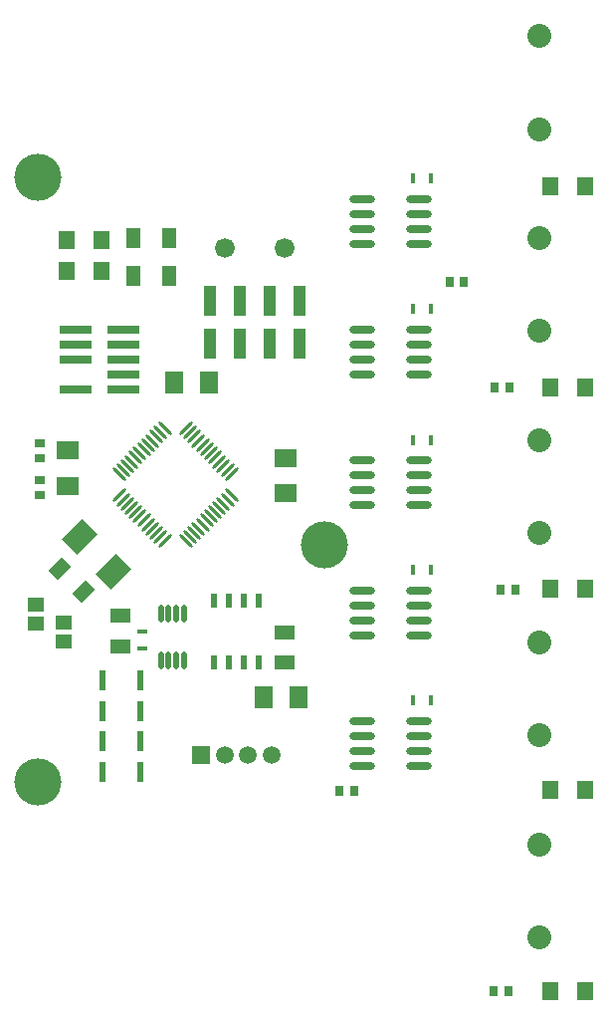
<source format=gbr>
%TF.GenerationSoftware,Altium Limited,Altium Designer,20.1.12 (249)*%
G04 Layer_Color=255*
%FSLAX26Y26*%
%MOIN*%
%TF.SameCoordinates,D7814EA1-E16B-4454-910B-2193EC0156EE*%
%TF.FilePolarity,Positive*%
%TF.FileFunction,Pads,Top*%
%TF.Part,Single*%
G01*
G75*
%TA.AperFunction,SMDPad,CuDef*%
G04:AMPARAMS|DCode=10|XSize=21.654mil|YSize=49.213mil|CornerRadius=1.949mil|HoleSize=0mil|Usage=FLASHONLY|Rotation=0.000|XOffset=0mil|YOffset=0mil|HoleType=Round|Shape=RoundedRectangle|*
%AMROUNDEDRECTD10*
21,1,0.021654,0.045315,0,0,0.0*
21,1,0.017756,0.049213,0,0,0.0*
1,1,0.003898,0.008878,-0.022657*
1,1,0.003898,-0.008878,-0.022657*
1,1,0.003898,-0.008878,0.022657*
1,1,0.003898,0.008878,0.022657*
%
%ADD10ROUNDEDRECTD10*%
%ADD11R,0.066929X0.045276*%
%ADD12R,0.031496X0.037402*%
%ADD13R,0.055118X0.059055*%
%ADD14R,0.109843X0.029134*%
%ADD15R,0.033465X0.029528*%
G04:AMPARAMS|DCode=16|XSize=74.803mil|YSize=94.488mil|CornerRadius=0mil|HoleSize=0mil|Usage=FLASHONLY|Rotation=315.000|XOffset=0mil|YOffset=0mil|HoleType=Round|Shape=Rectangle|*
%AMROTATEDRECTD16*
4,1,4,-0.059853,-0.006960,0.006960,0.059853,0.059853,0.006960,-0.006960,-0.059853,-0.059853,-0.006960,0.0*
%
%ADD16ROTATEDRECTD16*%

%ADD17R,0.057087X0.051181*%
G04:AMPARAMS|DCode=18|XSize=64.961mil|YSize=43.307mil|CornerRadius=0mil|HoleSize=0mil|Usage=FLASHONLY|Rotation=45.000|XOffset=0mil|YOffset=0mil|HoleType=Round|Shape=Rectangle|*
%AMROTATEDRECTD18*
4,1,4,-0.007656,-0.038278,-0.038278,-0.007656,0.007656,0.038278,0.038278,0.007656,-0.007656,-0.038278,0.0*
%
%ADD18ROTATEDRECTD18*%

G04:AMPARAMS|DCode=19|XSize=9.842mil|YSize=61.024mil|CornerRadius=0mil|HoleSize=0mil|Usage=FLASHONLY|Rotation=135.000|XOffset=0mil|YOffset=0mil|HoleType=Round|Shape=Round|*
%AMOVALD19*
21,1,0.051181,0.009842,0.000000,0.000000,225.0*
1,1,0.009842,0.018095,0.018095*
1,1,0.009842,-0.018095,-0.018095*
%
%ADD19OVALD19*%

G04:AMPARAMS|DCode=20|XSize=9.842mil|YSize=61.024mil|CornerRadius=0mil|HoleSize=0mil|Usage=FLASHONLY|Rotation=45.000|XOffset=0mil|YOffset=0mil|HoleType=Round|Shape=Round|*
%AMOVALD20*
21,1,0.051181,0.009842,0.000000,0.000000,135.0*
1,1,0.009842,0.018095,-0.018095*
1,1,0.009842,-0.018095,0.018095*
%
%ADD20OVALD20*%

%ADD21R,0.017716X0.033465*%
%ADD22R,0.074803X0.059055*%
%ADD23R,0.039370X0.098425*%
%ADD24R,0.059055X0.074803*%
%ADD25O,0.086614X0.023622*%
%ADD26R,0.051181X0.070866*%
%ADD27O,0.017716X0.059055*%
%ADD28R,0.033465X0.017716*%
%ADD29R,0.021654X0.070866*%
%TA.AperFunction,ViaPad*%
%ADD34C,0.157480*%
%TA.AperFunction,ComponentPad*%
%ADD35C,0.059055*%
%ADD36R,0.059055X0.059055*%
%ADD37C,0.080000*%
%ADD38C,0.066142*%
D10*
X860000Y1403347D02*
D03*
X810000D02*
D03*
X760000D02*
D03*
X710000D02*
D03*
X860000Y1196654D02*
D03*
X810000D02*
D03*
X760000D02*
D03*
X710000D02*
D03*
D11*
X945000Y1193819D02*
D03*
Y1296181D02*
D03*
X395000Y1248819D02*
D03*
Y1351181D02*
D03*
D12*
X1179606Y765000D02*
D03*
X1130394D02*
D03*
X1547431Y2470000D02*
D03*
X1498218D02*
D03*
X1699606Y2115000D02*
D03*
X1650394D02*
D03*
X1719606Y1440000D02*
D03*
X1670394D02*
D03*
X1694606Y95000D02*
D03*
X1645394D02*
D03*
D13*
X1835945Y2790000D02*
D03*
X1954055D02*
D03*
X1835945Y2116596D02*
D03*
X1954055D02*
D03*
X1835945Y1443192D02*
D03*
X1954055D02*
D03*
X1835945Y769788D02*
D03*
X1954055D02*
D03*
X1835945Y96385D02*
D03*
X1954055D02*
D03*
X334055Y2610000D02*
D03*
X215945D02*
D03*
X334055Y2505000D02*
D03*
X215945D02*
D03*
D14*
X244882Y2309183D02*
D03*
Y2259183D02*
D03*
Y2209183D02*
D03*
Y2109183D02*
D03*
X405118Y2309183D02*
D03*
Y2259183D02*
D03*
Y2209183D02*
D03*
Y2159183D02*
D03*
Y2109183D02*
D03*
D15*
X127313Y1878819D02*
D03*
Y1930000D02*
D03*
X127313Y1754409D02*
D03*
Y1805591D02*
D03*
D16*
X257930Y1613565D02*
D03*
X372070Y1499426D02*
D03*
D17*
X114281Y1388921D02*
D03*
Y1325929D02*
D03*
X205000Y1328921D02*
D03*
Y1265929D02*
D03*
D18*
X191858Y1509670D02*
D03*
X271199Y1430330D02*
D03*
D19*
X391392Y1754033D02*
D03*
X405311Y1740113D02*
D03*
X419231Y1726194D02*
D03*
X433150Y1712275D02*
D03*
X447069Y1698355D02*
D03*
X460989Y1684436D02*
D03*
X474908Y1670516D02*
D03*
X488828Y1656597D02*
D03*
X502747Y1642678D02*
D03*
X516667Y1628758D02*
D03*
X530586Y1614839D02*
D03*
X544505Y1600919D02*
D03*
X768608Y1825022D02*
D03*
X754689Y1838941D02*
D03*
X740769Y1852861D02*
D03*
X726850Y1866780D02*
D03*
X712930Y1880700D02*
D03*
X699011Y1894619D02*
D03*
X685092Y1908539D02*
D03*
X671172Y1922458D02*
D03*
X657253Y1936377D02*
D03*
X643333Y1950297D02*
D03*
X629414Y1964216D02*
D03*
X615495Y1978136D02*
D03*
D20*
Y1600919D02*
D03*
X629414Y1614839D02*
D03*
X643333Y1628758D02*
D03*
X657253Y1642678D02*
D03*
X671172Y1656597D02*
D03*
X685092Y1670516D02*
D03*
X699011Y1684436D02*
D03*
X712930Y1698355D02*
D03*
X726850Y1712275D02*
D03*
X740769Y1726194D02*
D03*
X754689Y1740113D02*
D03*
X768608Y1754033D02*
D03*
X544505Y1978136D02*
D03*
X530586Y1964216D02*
D03*
X516667Y1950297D02*
D03*
X502747Y1936378D02*
D03*
X488828Y1922458D02*
D03*
X474908Y1908539D02*
D03*
X460989Y1894619D02*
D03*
X447069Y1880700D02*
D03*
X433150Y1866780D02*
D03*
X419231Y1852861D02*
D03*
X405311Y1838941D02*
D03*
X391392Y1825022D02*
D03*
D21*
X1434528Y1505000D02*
D03*
X1375473D02*
D03*
Y1940000D02*
D03*
X1434528D02*
D03*
Y1066900D02*
D03*
X1375473D02*
D03*
X1434528Y2815000D02*
D03*
X1375473D02*
D03*
Y2380000D02*
D03*
X1434528D02*
D03*
D22*
X220000Y1904055D02*
D03*
Y1785945D02*
D03*
X950000Y1760945D02*
D03*
Y1879055D02*
D03*
D23*
X795000Y2261152D02*
D03*
Y2406821D02*
D03*
X695000Y2261152D02*
D03*
Y2406821D02*
D03*
X895000D02*
D03*
X995000D02*
D03*
X895000Y2261152D02*
D03*
X995000D02*
D03*
D24*
X875945Y1080000D02*
D03*
X994055D02*
D03*
X575945Y2131821D02*
D03*
X694055D02*
D03*
D25*
X1394488Y1286250D02*
D03*
Y1336250D02*
D03*
Y1386250D02*
D03*
Y1436250D02*
D03*
X1205512Y1286250D02*
D03*
Y1336250D02*
D03*
Y1386250D02*
D03*
Y1436250D02*
D03*
Y1872500D02*
D03*
Y1822500D02*
D03*
Y1772500D02*
D03*
Y1722500D02*
D03*
X1394488Y1872500D02*
D03*
Y1822500D02*
D03*
Y1772500D02*
D03*
Y1722500D02*
D03*
Y850000D02*
D03*
Y900000D02*
D03*
Y950000D02*
D03*
Y1000000D02*
D03*
X1205512Y850000D02*
D03*
Y900000D02*
D03*
Y950000D02*
D03*
Y1000000D02*
D03*
X1394488Y2595000D02*
D03*
Y2645000D02*
D03*
Y2695000D02*
D03*
Y2745000D02*
D03*
X1205512Y2595000D02*
D03*
Y2645000D02*
D03*
Y2695000D02*
D03*
Y2745000D02*
D03*
Y2308750D02*
D03*
Y2258750D02*
D03*
Y2208750D02*
D03*
Y2158750D02*
D03*
X1394488Y2308750D02*
D03*
Y2258750D02*
D03*
Y2208750D02*
D03*
Y2158750D02*
D03*
D26*
X561024Y2490000D02*
D03*
X438976D02*
D03*
X561024Y2615000D02*
D03*
X438976D02*
D03*
D27*
X608386Y1359724D02*
D03*
X582795D02*
D03*
X557205D02*
D03*
X531614D02*
D03*
X608386Y1200276D02*
D03*
X582795D02*
D03*
X557205D02*
D03*
X531614D02*
D03*
D28*
X469439Y1240473D02*
D03*
Y1299528D02*
D03*
D29*
X463976Y931667D02*
D03*
X336024D02*
D03*
X463976Y1033333D02*
D03*
X336024D02*
D03*
X463976Y830000D02*
D03*
X336024D02*
D03*
X463976Y1135000D02*
D03*
X336024D02*
D03*
D34*
X1080000Y1590000D02*
D03*
X120000Y795000D02*
D03*
Y2820000D02*
D03*
D35*
X824370Y886654D02*
D03*
X745630D02*
D03*
X903110D02*
D03*
D36*
X666890D02*
D03*
D37*
X1800000Y1262274D02*
D03*
Y951250D02*
D03*
Y1938524D02*
D03*
Y1627500D02*
D03*
Y2614774D02*
D03*
Y2303750D02*
D03*
Y3291024D02*
D03*
Y2980000D02*
D03*
Y586024D02*
D03*
Y275000D02*
D03*
D38*
X745000Y2582018D02*
D03*
X945000D02*
D03*
%TF.MD5,0e1be97a8332b0b292065f8143293801*%
M02*

</source>
